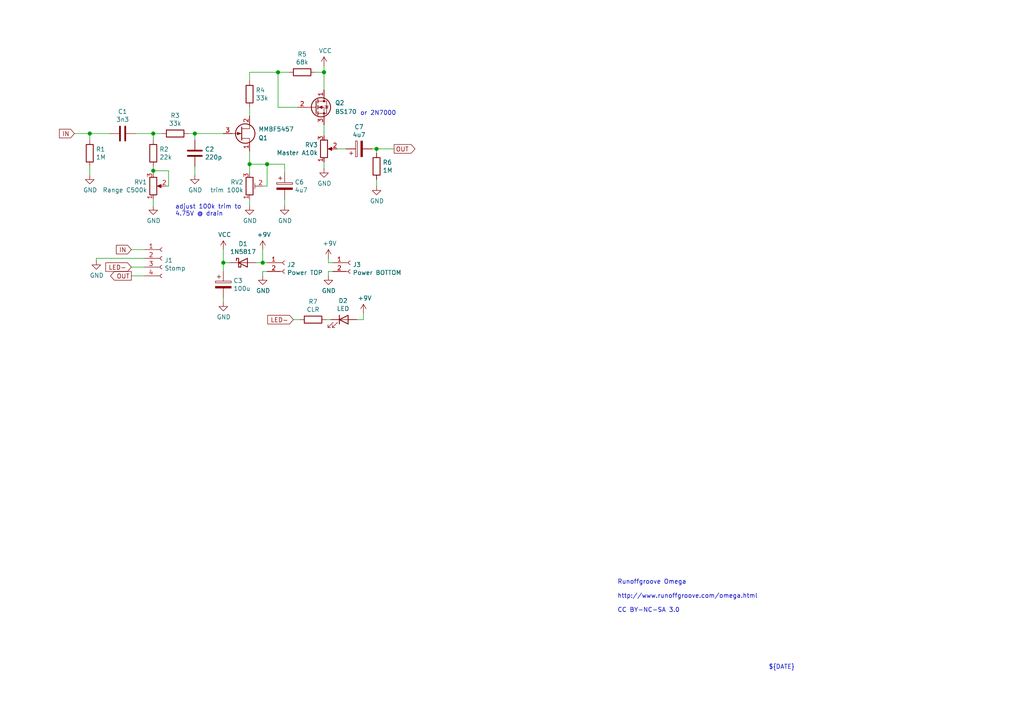
<source format=kicad_sch>
(kicad_sch (version 20211123) (generator eeschema)
  (paper "A4")
  (lib_symbols
    (symbol "Connector:Conn_01x02_Female" (pin_names (offset 1.016) hide)
      (property "Reference" "J" (at 0 2.54 0))
      (property "Value" "Conn_01x02_Female" (at 0 -5.08 0))
      (symbol "Conn_01x02_Female_1_1"
        (arc (start 0 -2.032) (mid -0.508 -2.54) (end 0 -3.048) (stroke (width 0.1524)))
        (polyline (pts (xy -1.27 -2.54) (xy -0.508 -2.54)) (stroke (width 0.1524)))
        (polyline (pts (xy -1.27 0) (xy -0.508 0)) (stroke (width 0.1524)))
        (arc (start 0 0.508) (mid -0.508 0) (end 0 -0.508) (stroke (width 0.1524)))
        (pin passive line (at -5.08 0 0) (length 3.81) (name "Pin_1") (number "1"))
        (pin passive line (at -5.08 -2.54 0) (length 3.81) (name "Pin_2") (number "2"))
      )
    )
    (symbol "Connector:Conn_01x04_Female" (pin_names (offset 1.016) hide)
      (property "Reference" "J" (at 0 5.08 0))
      (property "Value" "Conn_01x04_Female" (at 0 -7.62 0))
      (symbol "Conn_01x04_Female_1_1"
        (arc (start 0 -4.572) (mid -0.508 -5.08) (end 0 -5.588) (stroke (width 0.1524)))
        (arc (start 0 -2.032) (mid -0.508 -2.54) (end 0 -3.048) (stroke (width 0.1524)))
        (polyline (pts (xy -1.27 -5.08) (xy -0.508 -5.08)) (stroke (width 0.1524)))
        (polyline (pts (xy -1.27 -2.54) (xy -0.508 -2.54)) (stroke (width 0.1524)))
        (polyline (pts (xy -1.27 0) (xy -0.508 0)) (stroke (width 0.1524)))
        (polyline (pts (xy -1.27 2.54) (xy -0.508 2.54)) (stroke (width 0.1524)))
        (arc (start 0 0.508) (mid -0.508 0) (end 0 -0.508) (stroke (width 0.1524)))
        (arc (start 0 3.048) (mid -0.508 2.54) (end 0 2.032) (stroke (width 0.1524)))
        (pin passive line (at -5.08 2.54 0) (length 3.81) (name "Pin_1") (number "1"))
        (pin passive line (at -5.08 0 0) (length 3.81) (name "Pin_2") (number "2"))
        (pin passive line (at -5.08 -2.54 0) (length 3.81) (name "Pin_3") (number "3"))
        (pin passive line (at -5.08 -5.08 0) (length 3.81) (name "Pin_4") (number "4"))
      )
    )
    (symbol "Device:C" (pin_numbers hide) (pin_names (offset 0.254))
      (property "Reference" "C" (at 0.635 2.54 0))
      (property "Value" "C" (at 0.635 -2.54 0))
      (symbol "C_0_1"
        (polyline (pts (xy -2.032 -0.762) (xy 2.032 -0.762)) (stroke (width 0.508)))
        (polyline (pts (xy -2.032 0.762) (xy 2.032 0.762)) (stroke (width 0.508)))
      )
      (symbol "C_1_1"
        (pin passive line (at 0 3.81 270) (length 2.794) (name "~") (number "1"))
        (pin passive line (at 0 -3.81 90) (length 2.794) (name "~") (number "2"))
      )
    )
    (symbol "Device:CP" (pin_numbers hide) (pin_names (offset 0.254))
      (property "Reference" "C" (at 0.635 2.54 0))
      (property "Value" "CP" (at 0.635 -2.54 0))
      (symbol "CP_0_1"
        (rectangle (start -2.286 0.508) (end 2.286 1.016))
        (polyline (pts (xy -1.778 2.286) (xy -0.762 2.286)))
        (polyline (pts (xy -1.27 2.794) (xy -1.27 1.778)))
        (rectangle (start 2.286 -0.508) (end -2.286 -1.016) (fill (type outline)))
      )
      (symbol "CP_1_1"
        (pin passive line (at 0 3.81 270) (length 2.794) (name "~") (number "1"))
        (pin passive line (at 0 -3.81 90) (length 2.794) (name "~") (number "2"))
      )
    )
    (symbol "Device:LED" (pin_numbers hide) (pin_names (offset 1.016) hide)
      (property "Reference" "D" (at 0 2.54 0))
      (property "Value" "LED" (at 0 -2.54 0))
      (symbol "LED_0_1"
        (polyline (pts (xy -1.27 -1.27) (xy -1.27 1.27)) (stroke (width 0.254)))
        (polyline (pts (xy -1.27 0) (xy 1.27 0)))
        (polyline (pts (xy 1.27 -1.27) (xy 1.27 1.27) (xy -1.27 0) (xy 1.27 -1.27)) (stroke (width 0.254)))
        (polyline (pts (xy -3.048 -0.762) (xy -4.572 -2.286) (xy -3.81 -2.286) (xy -4.572 -2.286) (xy -4.572 -1.524)))
        (polyline (pts (xy -1.778 -0.762) (xy -3.302 -2.286) (xy -2.54 -2.286) (xy -3.302 -2.286) (xy -3.302 -1.524)))
      )
      (symbol "LED_1_1"
        (pin passive line (at -3.81 0 0) (length 2.54) (name "K") (number "1"))
        (pin passive line (at 3.81 0 180) (length 2.54) (name "A") (number "2"))
      )
    )
    (symbol "Device:R" (pin_numbers hide) (pin_names (offset 0))
      (property "Reference" "R" (at 2.032 0 90))
      (property "Value" "R" (at 0 0 90))
      (symbol "R_0_1"
        (rectangle (start -1.016 -2.54) (end 1.016 2.54) (stroke (width 0.254)))
      )
      (symbol "R_1_1"
        (pin passive line (at 0 3.81 270) (length 1.27) (name "~") (number "1"))
        (pin passive line (at 0 -3.81 90) (length 1.27) (name "~") (number "2"))
      )
    )
    (symbol "Device:R_POT" (pin_names (offset 1.016) hide)
      (property "Reference" "RV" (at -4.445 0 90))
      (property "Value" "R_POT" (at -2.54 0 90))
      (symbol "R_POT_0_1"
        (polyline (pts (xy 2.54 0) (xy 1.524 0)))
        (polyline (pts (xy 1.143 0) (xy 2.286 0.508) (xy 2.286 -0.508) (xy 1.143 0)) (fill (type outline)))
        (rectangle (start 1.016 2.54) (end -1.016 -2.54) (stroke (width 0.254)))
      )
      (symbol "R_POT_1_1"
        (pin passive line (at 0 3.81 270) (length 1.27) (name "1") (number "1"))
        (pin passive line (at 3.81 0 180) (length 1.27) (name "2") (number "2"))
        (pin passive line (at 0 -3.81 90) (length 1.27) (name "3") (number "3"))
      )
    )
    (symbol "Device:R_POT_TRIM" (pin_names (offset 1.016) hide)
      (property "Reference" "RV" (at -4.445 0 90))
      (property "Value" "R_POT_TRIM" (at -2.54 0 90))
      (symbol "R_POT_TRIM_0_1"
        (polyline (pts (xy 1.524 0.762) (xy 1.524 -0.762)))
        (polyline (pts (xy 2.54 0) (xy 1.524 0)))
        (rectangle (start 1.016 2.54) (end -1.016 -2.54) (stroke (width 0.254)))
      )
      (symbol "R_POT_TRIM_1_1"
        (pin passive line (at 0 3.81 270) (length 1.27) (name "1") (number "1"))
        (pin passive line (at 3.81 0 180) (length 1.27) (name "2") (number "2"))
        (pin passive line (at 0 -3.81 90) (length 1.27) (name "3") (number "3"))
      )
    )
    (symbol "Diode:1N5817" (pin_numbers hide) (pin_names (offset 1.016) hide)
      (property "Reference" "D" (at 0 2.54 0))
      (property "Value" "1N5817" (at 0 -2.54 0))
      (symbol "1N5817_0_1"
        (polyline (pts (xy 1.27 0) (xy -1.27 0)))
        (polyline (pts (xy 1.27 1.27) (xy 1.27 -1.27) (xy -1.27 0) (xy 1.27 1.27)) (stroke (width 0.254)))
        (polyline (pts (xy -1.905 0.635) (xy -1.905 1.27) (xy -1.27 1.27) (xy -1.27 -1.27) (xy -0.635 -1.27) (xy -0.635 -0.635)) (stroke (width 0.254)))
      )
      (symbol "1N5817_1_1"
        (pin passive line (at -3.81 0 0) (length 2.54) (name "K") (number "1"))
        (pin passive line (at 3.81 0 180) (length 2.54) (name "A") (number "2"))
      )
    )
    (symbol "Transistor_FET:BS170" (pin_names hide)
      (property "Reference" "Q" (at 5.08 1.905 0))
      (property "Value" "BS170" (at 5.08 0 0))
      (symbol "BS170_0_1"
        (polyline (pts (xy 0.254 0) (xy -2.54 0)))
        (polyline (pts (xy 0.254 1.905) (xy 0.254 -1.905)) (stroke (width 0.254)))
        (polyline (pts (xy 0.762 -1.27) (xy 0.762 -2.286)) (stroke (width 0.254)))
        (polyline (pts (xy 0.762 0.508) (xy 0.762 -0.508)) (stroke (width 0.254)))
        (polyline (pts (xy 0.762 2.286) (xy 0.762 1.27)) (stroke (width 0.254)))
        (polyline (pts (xy 2.54 2.54) (xy 2.54 1.778)))
        (polyline (pts (xy 2.54 -2.54) (xy 2.54 0) (xy 0.762 0)))
        (polyline (pts (xy 0.762 -1.778) (xy 3.302 -1.778) (xy 3.302 1.778) (xy 0.762 1.778)))
        (polyline (pts (xy 1.016 0) (xy 2.032 0.381) (xy 2.032 -0.381) (xy 1.016 0)) (fill (type outline)))
        (polyline (pts (xy 2.794 0.508) (xy 2.921 0.381) (xy 3.683 0.381) (xy 3.81 0.254)))
        (polyline (pts (xy 3.302 0.381) (xy 2.921 -0.254) (xy 3.683 -0.254) (xy 3.302 0.381)))
        (circle (center 1.651 0) (radius 2.794) (stroke (width 0.254)))
        (circle (center 2.54 -1.778) (radius 0.254) (fill (type outline)))
        (circle (center 2.54 1.778) (radius 0.254) (fill (type outline)))
      )
      (symbol "BS170_1_1"
        (pin passive line (at 2.54 5.08 270) (length 2.54) (name "D") (number "1"))
        (pin input line (at -5.08 0 0) (length 2.54) (name "G") (number "2"))
        (pin passive line (at 2.54 -5.08 90) (length 2.54) (name "S") (number "3"))
      )
    )
    (symbol "power:+9V" (power) (pin_names (offset 0))
      (property "Value" "+9V" (at 0 3.556 0))
      (symbol "+9V_0_1"
        (polyline (pts (xy -0.762 1.27) (xy 0 2.54)))
        (polyline (pts (xy 0 0) (xy 0 2.54)))
        (polyline (pts (xy 0 2.54) (xy 0.762 1.27)))
      )
      (symbol "+9V_1_1"
        (pin power_in line (at 0 0 90) (length 0) hide (name "+9V") (number "1"))
      )
    )
    (symbol "power:GND" (power) (pin_names (offset 0))
      (property "Value" "GND" (at 0 -3.81 0))
      (symbol "GND_0_1"
        (polyline (pts (xy 0 0) (xy 0 -1.27) (xy 1.27 -1.27) (xy 0 -2.54) (xy -1.27 -1.27) (xy 0 -1.27)))
      )
      (symbol "GND_1_1"
        (pin power_in line (at 0 0 270) (length 0) hide (name "GND") (number "1"))
      )
    )
    (symbol "power:VCC" (power) (pin_names (offset 0))
      (property "Value" "VCC" (at 0 3.81 0))
      (symbol "VCC_0_1"
        (polyline (pts (xy -0.762 1.27) (xy 0 2.54)))
        (polyline (pts (xy 0 0) (xy 0 2.54)))
        (polyline (pts (xy 0 2.54) (xy 0.762 1.27)))
      )
      (symbol "VCC_1_1"
        (pin power_in line (at 0 0 90) (length 0) hide (name "VCC") (number "1"))
      )
    )
    (symbol "rockola_symbols:MMBFJ201" (pin_names hide)
      (property "Reference" "Q" (at 5.08 1.905 0))
      (property "Value" "MMBFJ201" (at 5.08 0 0))
      (symbol "MMBFJ201_0_1"
        (polyline (pts (xy 0.254 0) (xy -2.54 0)))
        (polyline (pts (xy 0.254 1.905) (xy 0.254 -1.905)) (stroke (width 0.254)))
        (polyline (pts (xy 2.54 -2.54) (xy 2.54 -1.397) (xy 0.254 -1.397)))
        (polyline (pts (xy 2.54 2.54) (xy 2.54 1.397) (xy 0.254 1.397)))
        (polyline (pts (xy 0 0) (xy -1.016 0.381) (xy -1.016 -0.381) (xy 0 0)) (fill (type outline)))
        (circle (center 1.27 0) (radius 2.8194) (stroke (width 0.254)))
      )
      (symbol "MMBFJ201_1_1"
        (pin passive line (at 2.54 5.08 270) (length 2.54) (name "D") (number "1"))
        (pin passive line (at 2.54 -5.08 90) (length 2.54) (name "S") (number "2"))
        (pin input line (at -5.08 0 0) (length 2.54) (name "G") (number "3"))
      )
    )
  )
  (junction (at 109.22 43.18) (diameter 1.016))
  (junction (at 44.45 49.53) (diameter 1.016))
  (junction (at 72.39 47.625) (diameter 1.016))
  (junction (at 44.45 38.735) (diameter 1.016))
  (junction (at 77.47 47.625) (diameter 1.016))
  (junction (at 93.98 20.955) (diameter 1.016))
  (junction (at 64.77 76.2) (diameter 1.016))
  (junction (at 26.035 38.735) (diameter 1.016))
  (junction (at 76.2 76.2) (diameter 1.016))
  (junction (at 56.515 38.735) (diameter 1.016))
  (junction (at 80.645 20.955) (diameter 1.016))
  (wire (pts (xy 64.77 78.74) (xy 64.77 76.2)))
  (wire (pts (xy 44.45 49.53) (xy 44.45 50.165)))
  (wire (pts (xy 72.39 43.815) (xy 72.39 47.625)))
  (wire (pts (xy 27.94 75.565) (xy 27.94 74.93)))
  (wire (pts (xy 94.615 92.71) (xy 95.885 92.71)))
  (wire (pts (xy 80.645 20.955) (xy 72.39 20.955)))
  (wire (pts (xy 93.98 19.05) (xy 93.98 20.955)))
  (wire (pts (xy 44.45 38.735) (xy 39.37 38.735)))
  (wire (pts (xy 76.2 76.2) (xy 77.47 76.2)))
  (wire (pts (xy 76.2 78.74) (xy 77.47 78.74)))
  (wire (pts (xy 44.45 57.785) (xy 44.45 59.69)))
  (wire (pts (xy 76.2 80.01) (xy 76.2 78.74)))
  (wire (pts (xy 82.55 50.165) (xy 82.55 47.625)))
  (wire (pts (xy 38.1 72.39) (xy 41.91 72.39)))
  (wire (pts (xy 38.1 77.47) (xy 41.91 77.47)))
  (wire (pts (xy 93.98 20.955) (xy 93.98 26.035)))
  (wire (pts (xy 95.25 80.01) (xy 95.25 78.74)))
  (wire (pts (xy 80.645 20.955) (xy 80.645 31.115)))
  (wire (pts (xy 83.82 20.955) (xy 80.645 20.955)))
  (wire (pts (xy 95.25 76.2) (xy 96.52 76.2)))
  (wire (pts (xy 26.035 38.735) (xy 31.75 38.735)))
  (wire (pts (xy 93.98 46.99) (xy 93.98 48.895)))
  (wire (pts (xy 74.295 76.2) (xy 76.2 76.2)))
  (wire (pts (xy 86.36 31.115) (xy 80.645 31.115)))
  (wire (pts (xy 93.98 36.195) (xy 93.98 39.37)))
  (wire (pts (xy 91.44 20.955) (xy 93.98 20.955)))
  (wire (pts (xy 109.22 52.07) (xy 109.22 53.975)))
  (wire (pts (xy 56.515 38.735) (xy 64.77 38.735)))
  (wire (pts (xy 76.2 53.975) (xy 77.47 53.975)))
  (wire (pts (xy 44.45 38.735) (xy 46.99 38.735)))
  (wire (pts (xy 97.79 43.18) (xy 100.33 43.18)))
  (wire (pts (xy 72.39 57.785) (xy 72.39 59.69)))
  (wire (pts (xy 48.895 53.975) (xy 48.895 49.53)))
  (wire (pts (xy 82.55 57.785) (xy 82.55 59.69)))
  (wire (pts (xy 77.47 53.975) (xy 77.47 47.625)))
  (wire (pts (xy 76.2 72.39) (xy 76.2 76.2)))
  (wire (pts (xy 64.77 72.39) (xy 64.77 76.2)))
  (wire (pts (xy 109.22 43.18) (xy 107.95 43.18)))
  (wire (pts (xy 72.39 20.955) (xy 72.39 23.495)))
  (wire (pts (xy 56.515 38.735) (xy 54.61 38.735)))
  (wire (pts (xy 26.035 38.735) (xy 26.035 40.64)))
  (wire (pts (xy 95.25 74.93) (xy 95.25 76.2)))
  (wire (pts (xy 44.45 48.26) (xy 44.45 49.53)))
  (wire (pts (xy 85.09 92.71) (xy 86.995 92.71)))
  (wire (pts (xy 72.39 47.625) (xy 77.47 47.625)))
  (wire (pts (xy 38.1 80.01) (xy 41.91 80.01)))
  (wire (pts (xy 64.77 76.2) (xy 66.675 76.2)))
  (wire (pts (xy 56.515 48.26) (xy 56.515 50.8)))
  (wire (pts (xy 27.94 74.93) (xy 41.91 74.93)))
  (wire (pts (xy 56.515 40.64) (xy 56.515 38.735)))
  (wire (pts (xy 26.035 48.26) (xy 26.035 50.8)))
  (wire (pts (xy 64.77 86.36) (xy 64.77 87.63)))
  (wire (pts (xy 95.25 78.74) (xy 96.52 78.74)))
  (wire (pts (xy 82.55 47.625) (xy 77.47 47.625)))
  (wire (pts (xy 72.39 31.115) (xy 72.39 33.655)))
  (wire (pts (xy 48.26 53.975) (xy 48.895 53.975)))
  (wire (pts (xy 44.45 49.53) (xy 48.895 49.53)))
  (wire (pts (xy 21.59 38.735) (xy 26.035 38.735)))
  (wire (pts (xy 44.45 40.64) (xy 44.45 38.735)))
  (wire (pts (xy 105.41 92.71) (xy 103.505 92.71)))
  (wire (pts (xy 72.39 47.625) (xy 72.39 50.165)))
  (wire (pts (xy 105.41 90.805) (xy 105.41 92.71)))
  (wire (pts (xy 109.22 43.18) (xy 114.3 43.18)))
  (wire (pts (xy 109.22 44.45) (xy 109.22 43.18)))
  (text "${TITLE}" (at 219.075 191.135 180) (effects (font (size 2 2)) (justify right bottom)))
  (text "adjust 100k trim to \n4.75V @ drain" (at 50.8 62.865 0) (effects (font (size 1.27 1.27)) (justify left bottom)))
  (text "or 2N7000" (at 114.935 33.655 180) (effects (font (size 1.27 1.27)) (justify right bottom)))
  (text "${DATE}" (at 230.505 194.31 180) (effects (font (size 1.27 1.27)) (justify right bottom)))
  (text "Runoffgroove Omega\n\nhttp://www.runoffgroove.com/omega.html\n\nCC BY-NC-SA 3.0" (at 179.07 177.8 0) (effects (font (size 1.27 1.27)) (justify left bottom)))
  (text "${REVISION}" (at 278.13 194.31 180) (effects (font (size 1.27 1.27)) (justify right bottom)))
  (global_label "IN" (shape input) (at 21.59 38.735 180) (property "Intersheet References" "${INTERSHEET_REFS}" (effects hide)))
  (global_label "OUT" (shape output) (at 38.1 80.01 180) (property "Intersheet References" "${INTERSHEET_REFS}" (effects hide)))
  (global_label "LED-" (shape input) (at 85.09 92.71 180) (property "Intersheet References" "${INTERSHEET_REFS}" (effects hide)))
  (global_label "IN" (shape input) (at 38.1 72.39 180) (property "Intersheet References" "${INTERSHEET_REFS}" (effects hide)))
  (global_label "OUT" (shape output) (at 114.3 43.18 0) (property "Intersheet References" "${INTERSHEET_REFS}" (effects hide)))
  (global_label "LED-" (shape input) (at 38.1 77.47 180) (property "Intersheet References" "${INTERSHEET_REFS}" (effects hide)))
  (symbol (lib_id "Diode:1N5817") (at 70.485 76.2 0) (unit 1)
    (property "Reference" "D1" (at 70.485 70.7198 0))
    (property "Value" "1N5817" (at 70.485 73.0185 0))
    (property "Footprint" "Diode_THT:D_DO-41_SOD81_P10.16mm_Horizontal" (effects hide))
    (property "Datasheet" "http://www.vishay.com/docs/88525/1n5817.pdf" (effects hide))
  )
  (symbol (lib_id "rockola_symbols:MMBFJ201") (at 69.85 38.735 0) (mirror x) (unit 1)
    (property "Reference" "Q1" (at 74.93 40.005 0) (effects (justify left)))
    (property "Value" "MMBF5457" (at 74.93 37.465 0) (effects (justify left)))
    (property "Footprint" "Package_TO_SOT_SMD:SOT-23" (effects hide))
    (property "Datasheet" "http://www.experimentalistsanonymous.com/diy/Datasheets/J201.pdf" (effects hide))
  )
  (symbol (lib_id "Device:R") (at 90.805 92.71 90) (unit 1)
    (property "Reference" "R7" (at 90.805 87.4838 90))
    (property "Value" "CLR" (at 90.805 89.783 90))
    (property "Footprint" "rockola_kicad_footprints:R_DIN0207" (effects hide))
  )
  (symbol (lib_id "Device:R") (at 109.22 48.26 0) (unit 1)
    (property "Reference" "R6" (at 110.9981 47.1106 0) (effects (justify left)))
    (property "Value" "1M" (at 110.9981 49.4093 0) (effects (justify left)))
    (property "Footprint" "rockola_kicad_footprints:R_DIN0207" (effects hide))
  )
  (symbol (lib_id "power:GND") (at 93.98 48.895 0) (unit 1)
    (property "Reference" "#PWR013" (effects hide))
    (property "Value" "GND" (at 94.0943 53.2194 0))
  )
  (symbol (lib_id "power:+9V") (at 105.41 90.805 0) (unit 1)
    (property "Reference" "#PWR06" (effects hide))
    (property "Value" "+9V" (at 105.7783 86.4806 0))
  )
  (symbol (lib_id "power:GND") (at 64.77 87.63 0) (unit 1)
    (property "Reference" "#PWR08" (effects hide))
    (property "Value" "GND" (at 64.8843 91.9544 0))
  )
  (symbol (lib_id "Transistor_FET:BS170") (at 91.44 31.115 0) (unit 1)
    (property "Reference" "Q2" (at 97.155 29.845 0) (effects (justify left)))
    (property "Value" "BS170" (at 97.155 32.385 0) (effects (justify left)))
    (property "Footprint" "rockola_kicad_footprints:TO92_DGS" (effects hide))
    (property "Datasheet" "http://www.fairchildsemi.com/ds/BS/BS170.pdf" (effects hide))
  )
  (symbol (lib_id "Device:C") (at 35.56 38.735 90) (unit 1)
    (property "Reference" "C1" (at 35.56 32.3658 90))
    (property "Value" "3n3" (at 35.56 34.6645 90))
    (property "Footprint" "rockola_kicad_footprints:C_Box_7.2_2.5" (effects hide))
  )
  (symbol (lib_id "Device:LED") (at 99.695 92.71 0) (unit 1)
    (property "Reference" "D2" (at 99.5045 87.2298 0))
    (property "Value" "LED" (at 99.5045 89.5285 0))
    (property "Footprint" "rockola_kicad_footprints:LED.3mm" (effects hide))
  )
  (symbol (lib_id "Connector:Conn_01x02_Female") (at 101.6 76.2 0) (unit 1)
    (property "Reference" "J3" (at 102.3113 76.7778 0) (effects (justify left)))
    (property "Value" "Power BOTTOM" (at 102.311 79.076 0) (effects (justify left)))
    (property "Footprint" "rockola_kicad_footprints:Power_Header_2pin" (effects hide))
  )
  (symbol (lib_id "power:GND") (at 44.45 59.69 0) (unit 1)
    (property "Reference" "#PWR03" (effects hide))
    (property "Value" "GND" (at 44.5643 64.0144 0))
  )
  (symbol (lib_id "power:GND") (at 72.39 59.69 0) (unit 1)
    (property "Reference" "#PWR07" (effects hide))
    (property "Value" "GND" (at 72.5043 64.0144 0))
  )
  (symbol (lib_id "power:GND") (at 95.25 80.01 0) (unit 1)
    (property "Reference" "#PWR015" (effects hide))
    (property "Value" "GND" (at 95.3643 84.3344 0))
  )
  (symbol (lib_id "power:GND") (at 27.94 75.565 0) (unit 1)
    (property "Reference" "#PWR01" (effects hide))
    (property "Value" "GND" (at 28.0543 79.8894 0))
  )
  (symbol (lib_id "power:+9V") (at 76.2 72.39 0) (unit 1)
    (property "Reference" "#PWR010" (effects hide))
    (property "Value" "+9V" (at 76.5683 68.0656 0))
  )
  (symbol (lib_id "Device:CP") (at 82.55 53.975 0) (unit 1)
    (property "Reference" "C6" (at 85.4711 52.8256 0) (effects (justify left)))
    (property "Value" "4u7" (at 85.4711 55.1243 0) (effects (justify left)))
    (property "Footprint" "rockola_kicad_footprints:CP_D5.0_P2.50" (effects hide))
  )
  (symbol (lib_id "Connector:Conn_01x02_Female") (at 82.55 76.2 0) (unit 1)
    (property "Reference" "J2" (at 83.2613 76.7778 0) (effects (justify left)))
    (property "Value" "Power TOP" (at 83.2613 79.0765 0) (effects (justify left)))
    (property "Footprint" "rockola_kicad_footprints:Power_Header_2pin_TOP" (effects hide))
  )
  (symbol (lib_id "Device:R_POT") (at 93.98 43.18 0) (mirror x) (unit 1)
    (property "Reference" "RV3" (at 92.202 42.0306 0) (effects (justify right)))
    (property "Value" "Master A10k" (at 92.202 44.329 0) (effects (justify right)))
    (property "Footprint" "potentiometers:9MM_METAL_SHAFT" (effects hide))
  )
  (symbol (lib_id "Device:C") (at 56.515 44.45 0) (unit 1)
    (property "Reference" "C2" (at 59.4361 43.3006 0) (effects (justify left)))
    (property "Value" "220p" (at 59.4361 45.5993 0) (effects (justify left)))
    (property "Footprint" "caps-film:0.2_22.SML" (effects hide))
  )
  (symbol (lib_id "Device:R") (at 72.39 27.305 0) (unit 1)
    (property "Reference" "R4" (at 74.1681 26.1556 0) (effects (justify left)))
    (property "Value" "33k" (at 74.1681 28.4543 0) (effects (justify left)))
    (property "Footprint" "rockola_kicad_footprints:R_DIN0207" (effects hide))
  )
  (symbol (lib_id "Device:R") (at 44.45 44.45 0) (unit 1)
    (property "Reference" "R2" (at 46.2281 43.3006 0) (effects (justify left)))
    (property "Value" "22k" (at 46.2281 45.5993 0) (effects (justify left)))
    (property "Footprint" "rockola_kicad_footprints:R_DIN0207" (effects hide))
  )
  (symbol (lib_id "Device:R_POT_TRIM") (at 72.39 53.975 0) (mirror x) (unit 1)
    (property "Reference" "RV2" (at 70.612 52.8256 0) (effects (justify right)))
    (property "Value" "trim 100k" (at 70.612 55.1243 0) (effects (justify right)))
    (property "Footprint" "potentiometers:TRIM1" (effects hide))
  )
  (symbol (lib_id "Device:CP") (at 64.77 82.55 0) (unit 1)
    (property "Reference" "C3" (at 67.6911 81.4006 0) (effects (justify left)))
    (property "Value" "100u" (at 67.6911 83.6993 0) (effects (justify left)))
    (property "Footprint" "rockola_kicad_footprints:CP_D5.0_P2.50" (effects hide))
  )
  (symbol (lib_id "Device:R") (at 50.8 38.735 90) (unit 1)
    (property "Reference" "R3" (at 50.8 33.5088 90))
    (property "Value" "33k" (at 50.8 35.8075 90))
    (property "Footprint" "rockola_kicad_footprints:R_DIN0207" (effects hide))
  )
  (symbol (lib_id "Device:CP") (at 104.14 43.18 90) (unit 1)
    (property "Reference" "C7" (at 104.14 36.8108 90))
    (property "Value" "4u7" (at 104.14 39.1095 90))
    (property "Footprint" "rockola_kicad_footprints:CP_D5.0_P2.50" (effects hide))
  )
  (symbol (lib_id "Connector:Conn_01x04_Female") (at 46.99 74.93 0) (unit 1)
    (property "Reference" "J1" (at 47.7013 75.5078 0) (effects (justify left)))
    (property "Value" "Stomp" (at 47.701 77.806 0) (effects (justify left)))
    (property "Footprint" "rockola_kicad_footprints:Stomp_4pin" (effects hide))
  )
  (symbol (lib_id "power:VCC") (at 64.77 72.39 0) (unit 1)
    (property "Reference" "#PWR05" (effects hide))
    (property "Value" "VCC" (at 65.1383 68.0656 0))
  )
  (symbol (lib_id "power:GND") (at 56.515 50.8 0) (unit 1)
    (property "Reference" "#PWR04" (effects hide))
    (property "Value" "GND" (at 56.6293 55.1244 0))
  )
  (symbol (lib_id "power:GND") (at 76.2 80.01 0) (unit 1)
    (property "Reference" "#PWR011" (effects hide))
    (property "Value" "GND" (at 76.3143 84.3344 0))
  )
  (symbol (lib_id "power:+9V") (at 95.25 74.93 0) (unit 1)
    (property "Reference" "#PWR014" (effects hide))
    (property "Value" "+9V" (at 95.6183 70.6056 0))
  )
  (symbol (lib_id "power:VCC") (at 93.98 19.05 0) (unit 1)
    (property "Reference" "#PWR012" (effects hide))
    (property "Value" "VCC" (at 94.3483 14.7256 0))
  )
  (symbol (lib_id "Device:R") (at 87.63 20.955 90) (unit 1)
    (property "Reference" "R5" (at 87.63 15.7288 90))
    (property "Value" "68k" (at 87.63 18.0275 90))
    (property "Footprint" "rockola_kicad_footprints:R_DIN0207" (effects hide))
  )
  (symbol (lib_id "power:GND") (at 26.035 50.8 0) (unit 1)
    (property "Reference" "#PWR02" (effects hide))
    (property "Value" "GND" (at 26.1493 55.1244 0))
  )
  (symbol (lib_id "Device:R") (at 26.035 44.45 0) (unit 1)
    (property "Reference" "R1" (at 27.8131 43.3006 0) (effects (justify left)))
    (property "Value" "1M" (at 27.8131 45.5993 0) (effects (justify left)))
    (property "Footprint" "rockola_kicad_footprints:R_DIN0207" (effects hide))
  )
  (symbol (lib_id "power:GND") (at 82.55 59.69 0) (unit 1)
    (property "Reference" "#PWR09" (effects hide))
    (property "Value" "GND" (at 82.6643 64.0144 0))
  )
  (symbol (lib_id "Device:R_POT") (at 44.45 53.975 0) (mirror x) (unit 1)
    (property "Reference" "RV1" (at 42.6719 52.8256 0) (effects (justify right)))
    (property "Value" "Range C500k" (at 42.6719 55.1243 0) (effects (justify right)))
    (property "Footprint" "potentiometers:9MM_METAL_SHAFT" (effects hide))
  )
  (symbol (lib_id "power:GND") (at 109.22 53.975 0) (unit 1)
    (property "Reference" "#PWR016" (effects hide))
    (property "Value" "GND" (at 109.3343 58.2994 0))
  )
)
</source>
